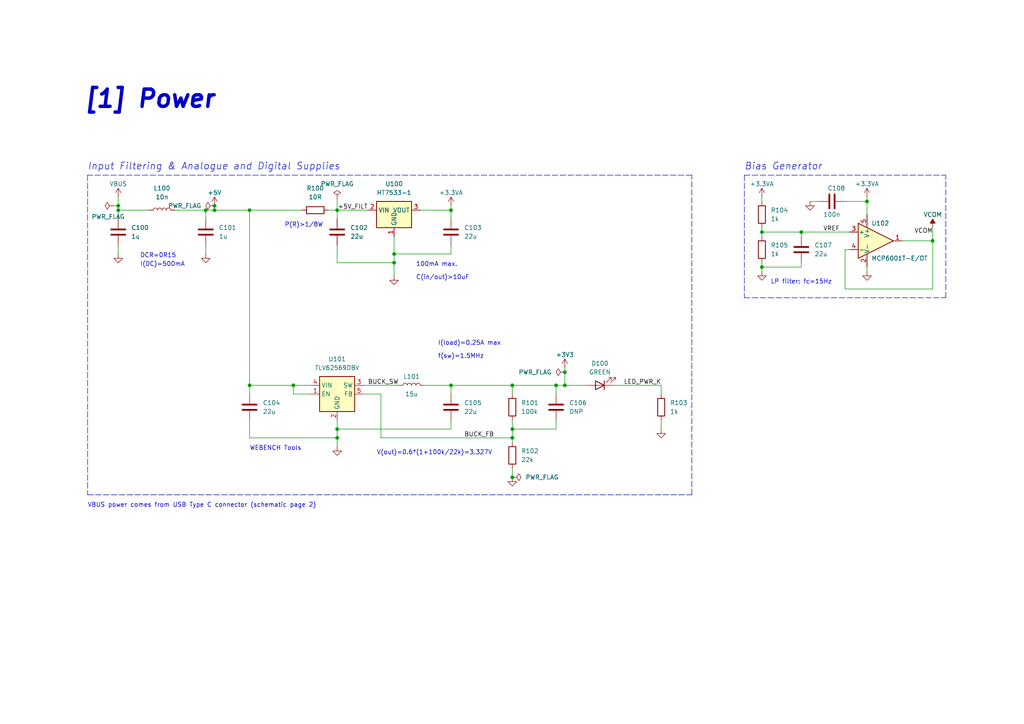
<source format=kicad_sch>
(kicad_sch (version 20230121) (generator eeschema)
  (paper "A4")
  (title_block (title "Proyecto Mixed Signal") (date "2025-01-13") (rev "1.0") (company "Felipe Santisteban") (comment 1 "Fedevel Hardware Course"))
  (lib_symbols
    (symbol "Amplifier_Operational:MCP6001-OT" (pin_names (offset 0.127))
      (property "Reference" "U" (at -1.27 6.35 0))
      (property "Value" "MCP6001-OT" (at -1.27 3.81 0))
      (symbol "MCP6001-OT_0_1"
        (polyline (pts (xy -5.08 5.08) (xy 5.08 0) (xy -5.08 -5.08) (xy -5.08 5.08)) (stroke (width 0.254)) (fill (type background)))
        (pin power_in line (at -2.54 -7.62 90) (length 3.81) (name "V-") (number "2"))
        (pin power_in line (at -2.54 7.62 270) (length 3.81) (name "V+") (number "5"))
      )
      (symbol "MCP6001-OT_1_1"
        (pin output line (at 7.62 0 180) (length 2.54) (name "~") (number "1"))
        (pin input line (at -7.62 2.54 0) (length 2.54) (name "+") (number "3"))
        (pin input line (at -7.62 -2.54 0) (length 2.54) (name "-") (number "4"))
      )
    )
    (symbol "Device:C" (pin_numbers hide) (pin_names (offset 0.254))
      (property "Reference" "C" (at 0.635 2.54 0))
      (property "Value" "C" (at 0.635 -2.54 0))
      (symbol "C_0_1"
        (polyline (pts (xy -2.032 -0.762) (xy 2.032 -0.762)) (stroke (width 0.508)))
        (polyline (pts (xy -2.032 0.762) (xy 2.032 0.762)) (stroke (width 0.508)))
      )
      (symbol "C_1_1"
        (pin passive line (at 0 3.81 270) (length 2.794) (name "~") (number "1"))
        (pin passive line (at 0 -3.81 90) (length 2.794) (name "~") (number "2"))
      )
    )
    (symbol "Device:L" (pin_numbers hide) (pin_names (offset 1.016) hide)
      (property "Reference" "L" (at -1.27 0 90))
      (property "Value" "L" (at 1.905 0 90))
      (symbol "L_0_1"
        (arc (start 0 -2.54) (mid 0.6323 -1.905) (end 0 -1.27))
        (arc (start 0 -1.27) (mid 0.6323 -0.635) (end 0 0))
        (arc (start 0 0) (mid 0.6323 0.635) (end 0 1.27))
        (arc (start 0 1.27) (mid 0.6323 1.905) (end 0 2.54))
      )
      (symbol "L_1_1"
        (pin passive line (at 0 3.81 270) (length 1.27) (name "1") (number "1"))
        (pin passive line (at 0 -3.81 90) (length 1.27) (name "2") (number "2"))
      )
    )
    (symbol "Device:LED" (pin_numbers hide) (pin_names (offset 1.016) hide)
      (property "Reference" "D" (at 0 2.54 0))
      (property "Value" "LED" (at 0 -2.54 0))
      (symbol "LED_0_1"
        (polyline (pts (xy -1.27 -1.27) (xy -1.27 1.27)) (stroke (width 0.254)))
        (polyline (pts (xy -1.27 0) (xy 1.27 0)))
        (polyline (pts (xy 1.27 -1.27) (xy 1.27 1.27) (xy -1.27 0) (xy 1.27 -1.27)) (stroke (width 0.254)))
        (polyline (pts (xy -3.048 -0.762) (xy -4.572 -2.286) (xy -3.81 -2.286) (xy -4.572 -2.286) (xy -4.572 -1.524)))
        (polyline (pts (xy -1.778 -0.762) (xy -3.302 -2.286) (xy -2.54 -2.286) (xy -3.302 -2.286) (xy -3.302 -1.524)))
      )
      (symbol "LED_1_1"
        (pin passive line (at -3.81 0 0) (length 2.54) (name "K") (number "1"))
        (pin passive line (at 3.81 0 180) (length 2.54) (name "A") (number "2"))
      )
    )
    (symbol "Device:R" (pin_numbers hide) (pin_names (offset 0))
      (property "Reference" "R" (at 2.032 0 90))
      (property "Value" "R" (at 0 0 90))
      (symbol "R_0_1"
        (rectangle (start -1.016 -2.54) (end 1.016 2.54) (stroke (width 0.254)))
      )
      (symbol "R_1_1"
        (pin passive line (at 0 3.81 270) (length 1.27) (name "~") (number "1"))
        (pin passive line (at 0 -3.81 90) (length 1.27) (name "~") (number "2"))
      )
    )
    (symbol "Regulator_Linear:HT75xx-1-SOT89"
      (property "Reference" "U" (at -5.08 -3.81 0))
      (property "Value" "HT75xx-1-SOT89" (at 0 6.35 0))
      (symbol "HT75xx-1-SOT89_0_1"
        (rectangle (start -5.08 5.08) (end 5.08 -2.54) (stroke (width 0.254)) (fill (type background)))
      )
      (symbol "HT75xx-1-SOT89_1_1"
        (pin power_in line (at 0 -5.08 90) (length 2.54) (name "GND") (number "1"))
        (pin power_in line (at -7.62 2.54 0) (length 2.54) (name "VIN") (number "2"))
        (pin power_out line (at 7.62 2.54 180) (length 2.54) (name "VOUT") (number "3"))
      )
    )
    (symbol "Regulator_Switching:TLV62569DBV"
      (property "Reference" "U" (at -5.08 6.35 0))
      (property "Value" "TLV62569DBV" (at 0 6.35 0))
      (symbol "TLV62569DBV_0_1"
        (rectangle (start -5.08 5.08) (end 5.08 -5.08) (stroke (width 0.254)) (fill (type background)))
      )
      (symbol "TLV62569DBV_1_1"
        (pin input line (at -7.62 0 0) (length 2.54) (name "EN") (number "1"))
        (pin power_in line (at 0 -7.62 90) (length 2.54) (name "GND") (number "2"))
        (pin power_out line (at 7.62 2.54 180) (length 2.54) (name "SW") (number "3"))
        (pin power_in line (at -7.62 2.54 0) (length 2.54) (name "VIN") (number "4"))
        (pin input line (at 7.62 0 180) (length 2.54) (name "FB") (number "5"))
      )
    )
    (symbol "power:+3.3VA" (power) (pin_names (offset 0))
      (property "Value" "+3.3VA" (at 0 3.556 0))
      (symbol "+3.3VA_0_1"
        (polyline (pts (xy -0.762 1.27) (xy 0 2.54)))
        (polyline (pts (xy 0 0) (xy 0 2.54)))
        (polyline (pts (xy 0 2.54) (xy 0.762 1.27)))
      )
      (symbol "+3.3VA_1_1"
        (pin power_in line (at 0 0 90) (length 0) hide (name "+3.3VA") (number "1"))
      )
    )
    (symbol "power:+3V3" (power) (pin_names (offset 0))
      (property "Value" "+3V3" (at 0 3.556 0))
      (symbol "+3V3_0_1"
        (polyline (pts (xy -0.762 1.27) (xy 0 2.54)))
        (polyline (pts (xy 0 0) (xy 0 2.54)))
        (polyline (pts (xy 0 2.54) (xy 0.762 1.27)))
      )
      (symbol "+3V3_1_1"
        (pin power_in line (at 0 0 90) (length 0) hide (name "+3V3") (number "1"))
      )
    )
    (symbol "power:+5V" (power) (pin_names (offset 0))
      (property "Value" "+5V" (at 0 3.556 0))
      (symbol "+5V_0_1"
        (polyline (pts (xy -0.762 1.27) (xy 0 2.54)))
        (polyline (pts (xy 0 0) (xy 0 2.54)))
        (polyline (pts (xy 0 2.54) (xy 0.762 1.27)))
      )
      (symbol "+5V_1_1"
        (pin power_in line (at 0 0 90) (length 0) hide (name "+5V") (number "1"))
      )
    )
    (symbol "power:GND" (power) (pin_names (offset 0))
      (property "Value" "GND" (at 0 -3.81 0))
      (symbol "GND_0_1"
        (polyline (pts (xy 0 0) (xy 0 -1.27) (xy 1.27 -1.27) (xy 0 -2.54) (xy -1.27 -1.27) (xy 0 -1.27)))
      )
      (symbol "GND_1_1"
        (pin power_in line (at 0 0 270) (length 0) hide (name "GND") (number "1"))
      )
    )
    (symbol "power:PWR_FLAG" (power) (pin_numbers hide) (pin_names (offset 0) hide)
      (property "Value" "PWR_FLAG" (at 0 3.81 0))
      (symbol "PWR_FLAG_0_0"
        (pin power_out line (at 0 0 90) (length 0) (name "pwr") (number "1"))
      )
      (symbol "PWR_FLAG_0_1"
        (polyline (pts (xy 0 0) (xy 0 1.27) (xy -1.016 1.905) (xy 0 2.54) (xy 1.016 1.905) (xy 0 1.27)))
      )
    )
    (symbol "power:VBUS" (power) (pin_names (offset 0))
      (property "Value" "VBUS" (at 0 3.81 0))
      (symbol "VBUS_0_1"
        (polyline (pts (xy -0.762 1.27) (xy 0 2.54)))
        (polyline (pts (xy 0 0) (xy 0 2.54)))
        (polyline (pts (xy 0 2.54) (xy 0.762 1.27)))
      )
      (symbol "VBUS_1_1"
        (pin power_in line (at 0 0 90) (length 0) hide (name "VBUS") (number "1"))
      )
    )
    (symbol "power:VCOM" (power) (pin_names (offset 0))
      (property "Value" "VCOM" (at 0 3.81 0))
      (symbol "VCOM_0_1"
        (polyline (pts (xy 0 0) (xy 0 2.54)))
        (polyline (pts (xy 0.762 1.27) (xy -0.762 1.27) (xy 0 2.54) (xy 0.762 1.27)) (fill (type outline)))
      )
      (symbol "VCOM_1_1"
        (pin passive line (at 0 0 90) (length 0) hide (name "VCOM") (number "1"))
      )
    )
  )
  (junction (at 163.83 107.95))
  (junction (at 72.39 111.76))
  (junction (at 270.51 69.85))
  (junction (at 148.59 111.76))
  (junction (at 62.23 59.69))
  (junction (at 148.59 127))
  (junction (at 34.29 59.69))
  (junction (at 148.59 124.46))
  (junction (at 232.41 67.31))
  (junction (at 85.09 111.76))
  (junction (at 34.29 60.96))
  (junction (at 130.81 60.96))
  (junction (at 97.79 127))
  (junction (at 97.79 124.46))
  (junction (at 251.46 58.42))
  (junction (at 163.83 111.76))
  (junction (at 114.3 73.66))
  (junction (at 114.3 76.2))
  (junction (at 130.81 111.76))
  (junction (at 220.98 67.31))
  (junction (at 72.39 60.96))
  (junction (at 161.29 111.76))
  (junction (at 148.59 138.43))
  (junction (at 220.98 77.47))
  (junction (at 97.79 60.96))
  (junction (at 59.69 60.96))
  (junction (at 62.23 60.96))
  (wire (pts (xy 232.41 68.58) (xy 232.41 67.31)))
  (wire (pts (xy 270.51 69.85) (xy 261.62 69.85)))
  (wire (pts (xy 97.79 129.54) (xy 97.79 127)))
  (wire (pts (xy 72.39 111.76) (xy 85.09 111.76)))
  (wire (pts (xy 245.11 58.42) (xy 251.46 58.42)))
  (polyline (pts (xy 215.9 86.36) (xy 274.32 86.36)) (stroke (width 0) (type dash)))
  (wire (pts (xy 232.41 77.47) (xy 220.98 77.47)))
  (polyline (pts (xy 200.66 50.8) (xy 25.4 50.8)) (stroke (width 0) (type dash)))
  (wire (pts (xy 59.69 73.66) (xy 59.69 71.12)))
  (polyline (pts (xy 215.9 50.8) (xy 274.32 50.8)) (stroke (width 0) (type dash)))
  (wire (pts (xy 220.98 78.74) (xy 220.98 77.47)))
  (wire (pts (xy 177.8 111.76) (xy 191.77 111.76)))
  (polyline (pts (xy 200.66 143.51) (xy 200.66 50.8)) (stroke (width 0) (type dash)))
  (wire (pts (xy 163.83 107.95) (xy 163.83 111.76)))
  (wire (pts (xy 148.59 124.46) (xy 148.59 127)))
  (wire (pts (xy 72.39 114.3) (xy 72.39 111.76)))
  (wire (pts (xy 234.95 58.42) (xy 237.49 58.42)))
  (wire (pts (xy 245.11 72.39) (xy 245.11 83.82)))
  (wire (pts (xy 232.41 76.2) (xy 232.41 77.47)))
  (wire (pts (xy 148.59 127) (xy 110.49 127)))
  (wire (pts (xy 97.79 127) (xy 97.79 124.46)))
  (wire (pts (xy 95.25 60.96) (xy 97.79 60.96)))
  (wire (pts (xy 34.29 57.15) (xy 34.29 59.69)))
  (wire (pts (xy 114.3 68.58) (xy 114.3 73.66)))
  (wire (pts (xy 72.39 111.76) (xy 72.39 60.96)))
  (wire (pts (xy 251.46 58.42) (xy 251.46 62.23)))
  (wire (pts (xy 33.02 59.69) (xy 34.29 59.69)))
  (polyline (pts (xy 25.4 50.8) (xy 25.4 143.51)) (stroke (width 0) (type dash)))
  (wire (pts (xy 106.68 60.96) (xy 97.79 60.96)))
  (wire (pts (xy 114.3 73.66) (xy 114.3 76.2)))
  (wire (pts (xy 110.49 127) (xy 110.49 114.3)))
  (wire (pts (xy 97.79 57.785) (xy 97.79 60.96)))
  (wire (pts (xy 130.81 124.46) (xy 97.79 124.46)))
  (wire (pts (xy 130.81 111.76) (xy 130.81 114.3)))
  (wire (pts (xy 34.29 60.96) (xy 34.29 63.5)))
  (wire (pts (xy 59.69 63.5) (xy 59.69 60.96)))
  (wire (pts (xy 191.77 114.3) (xy 191.77 111.76)))
  (wire (pts (xy 220.98 57.15) (xy 220.98 58.42)))
  (wire (pts (xy 72.39 127) (xy 72.39 121.92)))
  (wire (pts (xy 148.59 114.3) (xy 148.59 111.76)))
  (wire (pts (xy 114.3 76.2) (xy 97.79 76.2)))
  (wire (pts (xy 34.29 60.96) (xy 43.18 60.96)))
  (wire (pts (xy 148.59 138.43) (xy 148.59 135.89)))
  (wire (pts (xy 34.29 59.69) (xy 34.29 60.96)))
  (wire (pts (xy 232.41 67.31) (xy 246.38 67.31)))
  (wire (pts (xy 163.83 106.68) (xy 163.83 107.95)))
  (wire (pts (xy 62.23 60.96) (xy 59.69 60.96)))
  (wire (pts (xy 220.98 67.31) (xy 232.41 67.31)))
  (wire (pts (xy 97.79 60.96) (xy 97.79 63.5)))
  (wire (pts (xy 130.81 121.92) (xy 130.81 124.46)))
  (wire (pts (xy 245.11 72.39) (xy 246.38 72.39)))
  (wire (pts (xy 123.19 111.76) (xy 130.81 111.76)))
  (wire (pts (xy 97.79 71.12) (xy 97.79 76.2)))
  (wire (pts (xy 148.59 111.76) (xy 161.29 111.76)))
  (wire (pts (xy 85.09 114.3) (xy 90.17 114.3)))
  (wire (pts (xy 121.92 60.96) (xy 130.81 60.96)))
  (wire (pts (xy 85.09 114.3) (xy 85.09 111.76)))
  (polyline (pts (xy 215.9 50.8) (xy 215.9 86.36)) (stroke (width 0) (type dash)))
  (wire (pts (xy 130.81 73.66) (xy 130.81 71.12)))
  (wire (pts (xy 220.98 77.47) (xy 220.98 76.2)))
  (wire (pts (xy 170.18 111.76) (xy 163.83 111.76)))
  (wire (pts (xy 245.11 83.82) (xy 270.51 83.82)))
  (wire (pts (xy 115.57 111.76) (xy 105.41 111.76)))
  (wire (pts (xy 270.51 83.82) (xy 270.51 69.85)))
  (polyline (pts (xy 274.32 86.36) (xy 274.32 50.8)) (stroke (width 0) (type dash)))
  (polyline (pts (xy 25.4 143.51) (xy 200.66 143.51)) (stroke (width 0) (type dash)))
  (wire (pts (xy 148.59 127) (xy 148.59 128.27)))
  (wire (pts (xy 161.29 121.92) (xy 161.29 124.46)))
  (wire (pts (xy 220.98 68.58) (xy 220.98 67.31)))
  (wire (pts (xy 114.3 73.66) (xy 130.81 73.66)))
  (wire (pts (xy 97.79 124.46) (xy 97.79 121.92)))
  (wire (pts (xy 105.41 114.3) (xy 110.49 114.3)))
  (wire (pts (xy 251.46 58.42) (xy 251.46 57.15)))
  (wire (pts (xy 87.63 60.96) (xy 72.39 60.96)))
  (wire (pts (xy 220.98 66.04) (xy 220.98 67.31)))
  (wire (pts (xy 97.79 127) (xy 72.39 127)))
  (wire (pts (xy 163.83 111.76) (xy 161.29 111.76)))
  (wire (pts (xy 148.59 121.92) (xy 148.59 124.46)))
  (wire (pts (xy 62.23 59.69) (xy 62.23 60.96)))
  (wire (pts (xy 50.8 60.96) (xy 59.69 60.96)))
  (wire (pts (xy 161.29 111.76) (xy 161.29 114.3)))
  (wire (pts (xy 34.29 73.66) (xy 34.29 71.12)))
  (wire (pts (xy 148.59 124.46) (xy 161.29 124.46)))
  (wire (pts (xy 191.77 124.46) (xy 191.77 121.92)))
  (wire (pts (xy 85.09 111.76) (xy 90.17 111.76)))
  (wire (pts (xy 130.81 63.5) (xy 130.81 60.96)))
  (wire (pts (xy 251.46 78.74) (xy 251.46 77.47)))
  (wire (pts (xy 72.39 60.96) (xy 62.23 60.96)))
  (wire (pts (xy 270.51 66.04) (xy 270.51 69.85)))
  (wire (pts (xy 114.3 76.2) (xy 114.3 80.01)))
  (wire (pts (xy 148.59 111.76) (xy 130.81 111.76)))
  (wire (pts (xy 130.81 59.69) (xy 130.81 60.96)))
  (text "DCR=0R15" (at 40.64 74.93 0) (effects (font (size 1.27 1.27)) (justify left bottom)))
  (text "C(in/out)>10uF" (at 120.65 81.28 0) (effects (font (size 1.27 1.27)) (justify left bottom)))
  (text "V(out)=0.6*(1+100k/22k)=3.327V" (at 109.22 132.08 0) (effects (font (size 1.27 1.27)) (justify left bottom)))
  (text "I(DC)=500mA" (at 40.64 77.47 0) (effects (font (size 1.27 1.27)) (justify left bottom)))
  (text "Bias Generator" (at 215.9 49.53 0) (effects (font (size 2.0066 2.0066) italic) (justify left bottom)))
  (text "LP filter: fc=15Hz" (at 223.52 82.55 0) (effects (font (size 1.27 1.27)) (justify left bottom)))
  (text "100mA max." (at 120.65 77.47 0) (effects (font (size 1.27 1.27)) (justify left bottom)))
  (text "f(sw)=1.5MHz" (at 127 104.14 0) (effects (font (size 1.27 1.27)) (justify left bottom)))
  (text "VBUS power comes from USB Type C connector (schematic page 2)" (at 25.4 147.32 0) (effects (font (size 1.27 1.27)) (justify left bottom)))
  (text "P(R)>1/8W" (at 82.55 66.04 0) (effects (font (size 1.27 1.27)) (justify left bottom)))
  (text "I(load)=0.25A max" (at 127 100.33 0) (effects (font (size 1.27 1.27)) (justify left bottom)))
  (text "Input Filtering & Analogue and Digital Supplies" (at 25.4 49.53 0) (effects (font (size 2.0066 2.0066) italic) (justify left bottom)))
  (text "[1] Power" (at 24.13 31.75 0) (effects (font (size 5.0038 5.0038) (thickness 1.0008) bold italic) (justify left bottom)))
  (text "WEBENCH Tools" (at 72.39 130.81 0) (effects (font (size 1.27 1.27)) (justify left bottom)))
  (label "+5V_FILT" (at 106.68 60.96 180))
  (label "VREF" (at 238.76 67.31 0))
  (label "LED_PWR_K" (at 191.77 111.76 180))
  (label "BUCK_SW" (at 106.68 111.76 0))
  (label "BUCK_FB" (at 134.62 127 0))
  (label "VCOM" (at 270.51 67.945 180))
  (symbol (lib_id "power:GND") (at 114.3 80.01 0) (unit 1)
    (property "Reference" "#PWR010" (effects hide))
    (property "Value" "GND" (effects hide))
  )
  (symbol (lib_id "power:VCOM") (at 270.51 66.04 0) (unit 1)
    (property "Reference" "#PWR07" (effects hide))
    (property "Value" "VCOM" (at 270.51 62.23 0))
  )
  (symbol (lib_id "power:+3V3") (at 163.83 106.68 0) (unit 1)
    (property "Reference" "#PWR013" (effects hide))
    (property "Value" "+3V3" (at 163.83 102.87 0))
  )
  (symbol (lib_id "power:+5V") (at 62.23 59.69 0) (unit 1)
    (property "Reference" "#PWR05" (effects hide))
    (property "Value" "+5V" (at 62.23 55.88 0))
  )
  (symbol (lib_id "power:+3.3VA") (at 130.81 59.69 0) (unit 1)
    (property "Reference" "#PWR06" (effects hide))
    (property "Value" "+3.3VA" (at 130.81 55.88 0))
  )
  (symbol (lib_id "Regulator_Linear:HT75xx-1-SOT89") (at 114.3 63.5 0) (unit 1)
    (property "Reference" "U100" (at 114.3 53.34 0))
    (property "Value" "HT7533-1" (at 114.3 55.88 0))
    (property "Footprint" "Package_TO_SOT_SMD:SOT-89-3" (effects hide))
    (property "Datasheet" "https://www.holtek.com/documents/10179/116711/HT75xx-1v250.pdf" (effects hide))
  )
  (symbol (lib_id "Device:C") (at 97.79 67.31 0) (unit 1)
    (property "Reference" "C102" (at 101.6 66.04 0) (effects (justify left)))
    (property "Value" "22u" (at 101.6 68.58 0) (effects (justify left)))
    (property "Footprint" "Capacitor_SMD:C_0805_2012Metric" (effects hide))
  )
  (symbol (lib_id "Device:C") (at 130.81 67.31 0) (unit 1)
    (property "Reference" "C103" (at 134.62 66.04 0) (effects (justify left)))
    (property "Value" "22u" (at 134.62 68.58 0) (effects (justify left)))
    (property "Footprint" "Capacitor_SMD:C_0805_2012Metric" (effects hide))
  )
  (symbol (lib_id "power:VBUS") (at 34.29 57.15 0) (unit 1)
    (property "Reference" "#PWR04" (effects hide))
    (property "Value" "VBUS" (at 34.29 53.34 0))
  )
  (symbol (lib_id "Device:C") (at 34.29 67.31 0) (mirror y) (unit 1)
    (property "Reference" "C100" (at 43.18 66.04 0) (effects (justify left)))
    (property "Value" "1u" (at 40.64 68.58 0) (effects (justify left)))
    (property "Footprint" "Capacitor_SMD:C_0603_1608Metric" (effects hide))
  )
  (symbol (lib_id "Device:C") (at 59.69 67.31 0) (mirror y) (unit 1)
    (property "Reference" "C101" (at 68.58 66.04 0) (effects (justify left)))
    (property "Value" "1u" (at 66.04 68.58 0) (effects (justify left)))
    (property "Footprint" "Capacitor_SMD:C_0603_1608Metric" (effects hide))
  )
  (symbol (lib_id "power:GND") (at 34.29 73.66 0) (unit 1)
    (property "Reference" "#PWR08" (effects hide))
    (property "Value" "GND" (effects hide))
  )
  (symbol (lib_id "power:GND") (at 59.69 73.66 0) (unit 1)
    (property "Reference" "#PWR09" (effects hide))
    (property "Value" "GND" (effects hide))
  )
  (symbol (lib_id "Device:R") (at 91.44 60.96 270) (unit 1)
    (property "Reference" "R100" (at 91.44 54.61 90))
    (property "Value" "10R" (at 91.44 57.15 90))
    (property "Footprint" "Resistor_SMD:R_0805_2012Metric" (effects hide))
  )
  (symbol (lib_id "Amplifier_Operational:MCP6001-OT") (at 254 69.85 0) (unit 1)
    (property "Reference" "U102" (at 252.73 64.77 0) (effects (justify left)))
    (property "Value" "MCP6001T-E/OT" (at 252.73 74.93 0) (effects (justify left)))
    (property "Footprint" "Package_TO_SOT_SMD:SOT-23-5" (effects hide))
    (property "Datasheet" "http://ww1.microchip.com/downloads/en/DeviceDoc/21733j.pdf" (effects hide))
  )
  (symbol (lib_id "Device:C") (at 241.3 58.42 270) (unit 1)
    (property "Reference" "C108" (at 240.03 54.61 90) (effects (justify left)))
    (property "Value" "100n" (at 238.76 62.23 90) (effects (justify left)))
    (property "Footprint" "Capacitor_SMD:C_0402_1005Metric" (effects hide))
  )
  (symbol (lib_id "power:GND") (at 251.46 78.74 0) (unit 1)
    (property "Reference" "#PWR012" (effects hide))
    (property "Value" "GND" (effects hide))
  )
  (symbol (lib_id "power:GND") (at 234.95 58.42 0) (unit 1)
    (property "Reference" "#PWR03" (effects hide))
    (property "Value" "GND" (effects hide))
  )
  (symbol (lib_id "power:+3.3VA") (at 251.46 57.15 0) (unit 1)
    (property "Reference" "#PWR02" (effects hide))
    (property "Value" "+3.3VA" (at 251.46 53.34 0))
  )
  (symbol (lib_id "power:+3.3VA") (at 220.98 57.15 0) (unit 1)
    (property "Reference" "#PWR01" (effects hide))
    (property "Value" "+3.3VA" (at 220.98 53.34 0))
  )
  (symbol (lib_id "Device:R") (at 220.98 62.23 180) (unit 1)
    (property "Reference" "R104" (at 223.52 60.96 0) (effects (justify right)))
    (property "Value" "1k" (at 223.52 63.5 0) (effects (justify right)))
    (property "Footprint" "Resistor_SMD:R_0402_1005Metric" (effects hide))
  )
  (symbol (lib_id "Device:R") (at 220.98 72.39 180) (unit 1)
    (property "Reference" "R105" (at 223.52 71.12 0) (effects (justify right)))
    (property "Value" "1k" (at 223.52 73.66 0) (effects (justify right)))
    (property "Footprint" "Resistor_SMD:R_0402_1005Metric" (effects hide))
  )
  (symbol (lib_id "Device:C") (at 232.41 72.39 0) (unit 1)
    (property "Reference" "C107" (at 236.22 71.12 0) (effects (justify left)))
    (property "Value" "22u" (at 236.22 73.66 0) (effects (justify left)))
    (property "Footprint" "Capacitor_SMD:C_0805_2012Metric" (effects hide))
  )
  (symbol (lib_id "power:GND") (at 220.98 78.74 0) (unit 1)
    (property "Reference" "#PWR011" (effects hide))
    (property "Value" "GND" (effects hide))
  )
  (symbol (lib_id "Regulator_Switching:TLV62569DBV") (at 97.79 114.3 0) (unit 1)
    (property "Reference" "U101" (at 97.79 104.14 0))
    (property "Value" "TLV62569DBV" (at 97.79 106.68 0))
    (property "Footprint" "Package_TO_SOT_SMD:SOT-23-5" (effects hide))
    (property "Datasheet" "http://www.ti.com/lit/ds/symlink/tlv62569.pdf" (effects hide))
  )
  (symbol (lib_id "Device:L") (at 119.38 111.76 90) (unit 1)
    (property "Reference" "L101" (at 119.38 109.22 90))
    (property "Value" "15u" (at 119.38 114.3 90))
    (property "Footprint" "mis footprints:MWSA0603S" (effects hide))
  )
  (symbol (lib_id "Device:C") (at 130.81 118.11 0) (unit 1)
    (property "Reference" "C105" (at 134.62 116.84 0) (effects (justify left)))
    (property "Value" "22u" (at 134.62 119.38 0) (effects (justify left)))
    (property "Footprint" "Capacitor_SMD:C_0805_2012Metric" (effects hide))
  )
  (symbol (lib_id "Device:R") (at 148.59 118.11 180) (unit 1)
    (property "Reference" "R101" (at 151.13 116.84 0) (effects (justify right)))
    (property "Value" "100k" (at 151.13 119.38 0) (effects (justify right)))
    (property "Footprint" "Resistor_SMD:R_0402_1005Metric" (effects hide))
  )
  (symbol (lib_id "power:GND") (at 97.79 129.54 0) (unit 1)
    (property "Reference" "#PWR015" (effects hide))
    (property "Value" "GND" (effects hide))
  )
  (symbol (lib_id "Device:C") (at 72.39 118.11 0) (unit 1)
    (property "Reference" "C104" (at 76.2 116.84 0) (effects (justify left)))
    (property "Value" "22u" (at 76.2 119.38 0) (effects (justify left)))
    (property "Footprint" "Capacitor_SMD:C_0805_2012Metric" (effects hide))
  )
  (symbol (lib_id "Device:R") (at 148.59 132.08 180) (unit 1)
    (property "Reference" "R102" (at 151.13 130.81 0) (effects (justify right)))
    (property "Value" "22k" (at 151.13 133.35 0) (effects (justify right)))
    (property "Footprint" "Resistor_SMD:R_0402_1005Metric" (effects hide))
  )
  (symbol (lib_id "Device:C") (at 161.29 118.11 0) (unit 1)
    (property "Reference" "C106" (at 165.1 116.84 0) (effects (justify left)))
    (property "Value" "DNP" (at 165.1 119.38 0) (effects (justify left)))
    (property "Footprint" "Capacitor_SMD:C_0402_1005Metric" (effects hide))
  )
  (symbol (lib_id "power:GND") (at 148.59 138.43 0) (unit 1)
    (property "Reference" "#PWR016" (effects hide))
    (property "Value" "GND" (effects hide))
  )
  (symbol (lib_id "Device:LED") (at 173.99 111.76 180) (unit 1)
    (property "Reference" "D100" (at 173.99 105.41 0))
    (property "Value" "GREEN" (at 173.99 107.95 0))
    (property "Footprint" "LED_SMD:LED_0603_1608Metric" (effects hide))
  )
  (symbol (lib_id "Device:R") (at 191.77 118.11 180) (unit 1)
    (property "Reference" "R103" (at 194.31 116.84 0) (effects (justify right)))
    (property "Value" "1k" (at 194.31 119.38 0) (effects (justify right)))
    (property "Footprint" "Resistor_SMD:R_0402_1005Metric" (effects hide))
  )
  (symbol (lib_id "power:GND") (at 191.77 124.46 0) (unit 1)
    (property "Reference" "#PWR014" (effects hide))
    (property "Value" "GND" (effects hide))
  )
  (symbol (lib_id "Device:L") (at 46.99 60.96 90) (unit 1)
    (property "Reference" "L100" (at 46.99 54.61 90))
    (property "Value" "10n" (at 46.99 57.15 90))
    (property "Footprint" "Inductor_SMD:L_0402_1005Metric" (effects hide))
  )
  (symbol (lib_id "power:PWR_FLAG") (at 97.79 57.785 0) (unit 1)
    (property "Reference" "#FLG08" (effects hide))
    (property "Value" "PWR_FLAG" (at 97.79 53.34 0))
  )
  (symbol (lib_id "power:PWR_FLAG") (at 148.59 138.43 270) (unit 1)
    (property "Reference" "#FLG05" (effects hide))
    (property "Value" "PWR_FLAG" (at 152.4 138.43 90) (effects (justify left)))
  )
  (symbol (lib_id "power:PWR_FLAG") (at 163.83 107.95 90) (unit 1)
    (property "Reference" "#FLG04" (effects hide))
    (property "Value" "PWR_FLAG" (at 160.02 107.95 90) (effects (justify left)))
  )
  (symbol (lib_id "power:PWR_FLAG") (at 62.23 59.69 90) (unit 1)
    (property "Reference" "#FLG02" (effects hide))
    (property "Value" "PWR_FLAG" (at 58.42 59.69 90) (effects (justify left)))
  )
  (symbol (lib_id "power:PWR_FLAG") (at 33.02 59.69 90) (unit 1)
    (property "Reference" "#FLG01" (effects hide))
    (property "Value" "PWR_FLAG" (at 36.195 62.865 90) (effects (justify left)))
  )
)
</source>
